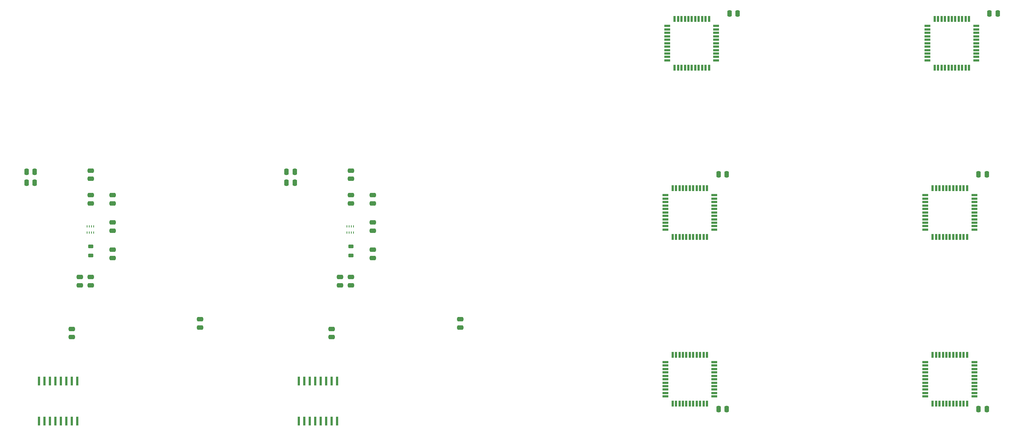
<source format=gtp>
G04 #@! TF.GenerationSoftware,KiCad,Pcbnew,7.0.10*
G04 #@! TF.CreationDate,2024-06-25T17:36:47-05:00*
G04 #@! TF.ProjectId,DMClockPanel,444d436c-6f63-46b5-9061-6e656c2e6b69,rev?*
G04 #@! TF.SameCoordinates,Original*
G04 #@! TF.FileFunction,Paste,Top*
G04 #@! TF.FilePolarity,Positive*
%FSLAX46Y46*%
G04 Gerber Fmt 4.6, Leading zero omitted, Abs format (unit mm)*
G04 Created by KiCad (PCBNEW 7.0.10) date 2024-06-25 17:36:47*
%MOMM*%
%LPD*%
G01*
G04 APERTURE LIST*
G04 Aperture macros list*
%AMRoundRect*
0 Rectangle with rounded corners*
0 $1 Rounding radius*
0 $2 $3 $4 $5 $6 $7 $8 $9 X,Y pos of 4 corners*
0 Add a 4 corners polygon primitive as box body*
4,1,4,$2,$3,$4,$5,$6,$7,$8,$9,$2,$3,0*
0 Add four circle primitives for the rounded corners*
1,1,$1+$1,$2,$3*
1,1,$1+$1,$4,$5*
1,1,$1+$1,$6,$7*
1,1,$1+$1,$8,$9*
0 Add four rect primitives between the rounded corners*
20,1,$1+$1,$2,$3,$4,$5,0*
20,1,$1+$1,$4,$5,$6,$7,0*
20,1,$1+$1,$6,$7,$8,$9,0*
20,1,$1+$1,$8,$9,$2,$3,0*%
G04 Aperture macros list end*
%ADD10R,0.500800X1.355600*%
%ADD11R,1.355600X0.500800*%
%ADD12RoundRect,0.250000X-0.250000X-0.475000X0.250000X-0.475000X0.250000X0.475000X-0.250000X0.475000X0*%
%ADD13RoundRect,0.250000X0.250000X0.475000X-0.250000X0.475000X-0.250000X-0.475000X0.250000X-0.475000X0*%
%ADD14RoundRect,0.250000X-0.475000X0.250000X-0.475000X-0.250000X0.475000X-0.250000X0.475000X0.250000X0*%
%ADD15RoundRect,0.250000X0.475000X-0.250000X0.475000X0.250000X-0.475000X0.250000X-0.475000X-0.250000X0*%
%ADD16R,0.250000X0.600000*%
%ADD17RoundRect,0.073750X-0.221250X0.951250X-0.221250X-0.951250X0.221250X-0.951250X0.221250X0.951250X0*%
%ADD18RoundRect,0.218750X0.381250X-0.218750X0.381250X0.218750X-0.381250X0.218750X-0.381250X-0.218750X0*%
G04 APERTURE END LIST*
D10*
X243390805Y-129877201D03*
X244190806Y-129877201D03*
X244990805Y-129877201D03*
X245790806Y-129877201D03*
X246590804Y-129877201D03*
X247390805Y-129877201D03*
X248190806Y-129877201D03*
X248990804Y-129877201D03*
X249790805Y-129877201D03*
X250590804Y-129877201D03*
X251390805Y-129877201D03*
D11*
X253068604Y-131555000D03*
X253068604Y-132355001D03*
X253068604Y-133155000D03*
X253068604Y-133955001D03*
X253068604Y-134754999D03*
X253068604Y-135555000D03*
X253068604Y-136355001D03*
X253068604Y-137154999D03*
X253068604Y-137955000D03*
X253068604Y-138754999D03*
X253068604Y-139555000D03*
D10*
X251390805Y-141232799D03*
X250590804Y-141232799D03*
X249790805Y-141232799D03*
X248990804Y-141232799D03*
X248190806Y-141232799D03*
X247390805Y-141232799D03*
X246590804Y-141232799D03*
X245790806Y-141232799D03*
X244990805Y-141232799D03*
X244190806Y-141232799D03*
X243390805Y-141232799D03*
D11*
X241713006Y-139555000D03*
X241713006Y-138754999D03*
X241713006Y-137955000D03*
X241713006Y-137154999D03*
X241713006Y-136355001D03*
X241713006Y-135555000D03*
X241713006Y-134754999D03*
X241713006Y-133955001D03*
X241713006Y-133155000D03*
X241713006Y-132355001D03*
X241713006Y-131555000D03*
D12*
X255960805Y-87892799D03*
X254060805Y-87892799D03*
D13*
X95195000Y-87320000D03*
X93295000Y-87320000D03*
D14*
X108215000Y-87005000D03*
X108215000Y-88905000D03*
X52875000Y-105420000D03*
X52875000Y-107320000D03*
X52875000Y-92720000D03*
X52875000Y-94620000D03*
X113295000Y-99070000D03*
X113295000Y-100970000D03*
D12*
X258500805Y-50427799D03*
X256600805Y-50427799D03*
D15*
X43350000Y-125735000D03*
X43350000Y-123835000D03*
X133615000Y-123515000D03*
X133615000Y-121615000D03*
D12*
X93295000Y-89860000D03*
X95195000Y-89860000D03*
D14*
X108215000Y-92720000D03*
X108215000Y-94620000D03*
D11*
X181293006Y-92745598D03*
X181293006Y-93545599D03*
X181293006Y-94345598D03*
X181293006Y-95145599D03*
X181293006Y-95945597D03*
X181293006Y-96745598D03*
X181293006Y-97545599D03*
X181293006Y-98345597D03*
X181293006Y-99145598D03*
X181293006Y-99945597D03*
X181293006Y-100745598D03*
D10*
X182970805Y-102423397D03*
X183770806Y-102423397D03*
X184570805Y-102423397D03*
X185370806Y-102423397D03*
X186170804Y-102423397D03*
X186970805Y-102423397D03*
X187770806Y-102423397D03*
X188570804Y-102423397D03*
X189370805Y-102423397D03*
X190170804Y-102423397D03*
X190970805Y-102423397D03*
D11*
X192648604Y-100745598D03*
X192648604Y-99945597D03*
X192648604Y-99145598D03*
X192648604Y-98345597D03*
X192648604Y-97545599D03*
X192648604Y-96745598D03*
X192648604Y-95945597D03*
X192648604Y-95145599D03*
X192648604Y-94345598D03*
X192648604Y-93545599D03*
X192648604Y-92745598D03*
D10*
X190970805Y-91067799D03*
X190170804Y-91067799D03*
X189370805Y-91067799D03*
X188570804Y-91067799D03*
X187770806Y-91067799D03*
X186970805Y-91067799D03*
X186170804Y-91067799D03*
X185370806Y-91067799D03*
X184570805Y-91067799D03*
X183770806Y-91067799D03*
X182970805Y-91067799D03*
D16*
X46930000Y-101420000D03*
X47430000Y-101420000D03*
X47930000Y-101420000D03*
X48430000Y-101420000D03*
X48430000Y-100020000D03*
X47930000Y-100020000D03*
X47430000Y-100020000D03*
X46930000Y-100020000D03*
D15*
X108215000Y-113670000D03*
X108215000Y-111770000D03*
D12*
X196180805Y-50427799D03*
X198080805Y-50427799D03*
D15*
X103770000Y-125735000D03*
X103770000Y-123835000D03*
D11*
X181763005Y-53375598D03*
X181763005Y-54175599D03*
X181763005Y-54975598D03*
X181763005Y-55775599D03*
X181763005Y-56575597D03*
X181763005Y-57375598D03*
X181763005Y-58175599D03*
X181763005Y-58975597D03*
X181763005Y-59775598D03*
X181763005Y-60575597D03*
X181763005Y-61375598D03*
D10*
X183440804Y-63053397D03*
X184240805Y-63053397D03*
X185040804Y-63053397D03*
X185840805Y-63053397D03*
X186640803Y-63053397D03*
X187440804Y-63053397D03*
X188240805Y-63053397D03*
X189040803Y-63053397D03*
X189840804Y-63053397D03*
X190640803Y-63053397D03*
X191440804Y-63053397D03*
D11*
X193118603Y-61375598D03*
X193118603Y-60575597D03*
X193118603Y-59775598D03*
X193118603Y-58975597D03*
X193118603Y-58175599D03*
X193118603Y-57375598D03*
X193118603Y-56575597D03*
X193118603Y-55775599D03*
X193118603Y-54975598D03*
X193118603Y-54175599D03*
X193118603Y-53375598D03*
D10*
X191440804Y-51697799D03*
X190640803Y-51697799D03*
X189840804Y-51697799D03*
X189040803Y-51697799D03*
X188240805Y-51697799D03*
X187440804Y-51697799D03*
X186640803Y-51697799D03*
X185840805Y-51697799D03*
X185040804Y-51697799D03*
X184240805Y-51697799D03*
X183440804Y-51697799D03*
D11*
X181293006Y-131555000D03*
X181293006Y-132355001D03*
X181293006Y-133155000D03*
X181293006Y-133955001D03*
X181293006Y-134754999D03*
X181293006Y-135555000D03*
X181293006Y-136355001D03*
X181293006Y-137154999D03*
X181293006Y-137955000D03*
X181293006Y-138754999D03*
X181293006Y-139555000D03*
D10*
X182970805Y-141232799D03*
X183770806Y-141232799D03*
X184570805Y-141232799D03*
X185370806Y-141232799D03*
X186170804Y-141232799D03*
X186970805Y-141232799D03*
X187770806Y-141232799D03*
X188570804Y-141232799D03*
X189370805Y-141232799D03*
X190170804Y-141232799D03*
X190970805Y-141232799D03*
D11*
X192648604Y-139555000D03*
X192648604Y-138754999D03*
X192648604Y-137955000D03*
X192648604Y-137154999D03*
X192648604Y-136355001D03*
X192648604Y-135555000D03*
X192648604Y-134754999D03*
X192648604Y-133955001D03*
X192648604Y-133155000D03*
X192648604Y-132355001D03*
X192648604Y-131555000D03*
D10*
X190970805Y-129877201D03*
X190170804Y-129877201D03*
X189370805Y-129877201D03*
X188570804Y-129877201D03*
X187770806Y-129877201D03*
X186970805Y-129877201D03*
X186170804Y-129877201D03*
X185370806Y-129877201D03*
X184570805Y-129877201D03*
X183770806Y-129877201D03*
X182970805Y-129877201D03*
D15*
X47795000Y-113670000D03*
X47795000Y-111770000D03*
D12*
X193640805Y-142502799D03*
X195540805Y-142502799D03*
D14*
X52875000Y-99070000D03*
X52875000Y-100970000D03*
X45255000Y-111770000D03*
X45255000Y-113670000D03*
D12*
X255960805Y-142502799D03*
X254060805Y-142502799D03*
X32875000Y-89860000D03*
X34775000Y-89860000D03*
D14*
X113295000Y-105420000D03*
X113295000Y-107320000D03*
D10*
X243390805Y-91067799D03*
X244190806Y-91067799D03*
X244990805Y-91067799D03*
X245790806Y-91067799D03*
X246590804Y-91067799D03*
X247390805Y-91067799D03*
X248190806Y-91067799D03*
X248990804Y-91067799D03*
X249790805Y-91067799D03*
X250590804Y-91067799D03*
X251390805Y-91067799D03*
D11*
X253068604Y-92745598D03*
X253068604Y-93545599D03*
X253068604Y-94345598D03*
X253068604Y-95145599D03*
X253068604Y-95945597D03*
X253068604Y-96745598D03*
X253068604Y-97545599D03*
X253068604Y-98345597D03*
X253068604Y-99145598D03*
X253068604Y-99945597D03*
X253068604Y-100745598D03*
D10*
X251390805Y-102423397D03*
X250590804Y-102423397D03*
X249790805Y-102423397D03*
X248990804Y-102423397D03*
X248190806Y-102423397D03*
X247390805Y-102423397D03*
X246590804Y-102423397D03*
X245790806Y-102423397D03*
X244990805Y-102423397D03*
X244190806Y-102423397D03*
X243390805Y-102423397D03*
D11*
X241713006Y-100745598D03*
X241713006Y-99945597D03*
X241713006Y-99145598D03*
X241713006Y-98345597D03*
X241713006Y-97545599D03*
X241713006Y-96745598D03*
X241713006Y-95945597D03*
X241713006Y-95145599D03*
X241713006Y-94345598D03*
X241713006Y-93545599D03*
X241713006Y-92745598D03*
D14*
X105675000Y-111770000D03*
X105675000Y-113670000D03*
D16*
X107350000Y-101420000D03*
X107850000Y-101420000D03*
X108350000Y-101420000D03*
X108850000Y-101420000D03*
X108850000Y-100020000D03*
X108350000Y-100020000D03*
X107850000Y-100020000D03*
X107350000Y-100020000D03*
D14*
X47795000Y-92720000D03*
X47795000Y-94620000D03*
X113295000Y-92720000D03*
X113295000Y-94620000D03*
D10*
X243860804Y-51697799D03*
X244660805Y-51697799D03*
X245460804Y-51697799D03*
X246260805Y-51697799D03*
X247060803Y-51697799D03*
X247860804Y-51697799D03*
X248660805Y-51697799D03*
X249460803Y-51697799D03*
X250260804Y-51697799D03*
X251060803Y-51697799D03*
X251860804Y-51697799D03*
D11*
X253538603Y-53375598D03*
X253538603Y-54175599D03*
X253538603Y-54975598D03*
X253538603Y-55775599D03*
X253538603Y-56575597D03*
X253538603Y-57375598D03*
X253538603Y-58175599D03*
X253538603Y-58975597D03*
X253538603Y-59775598D03*
X253538603Y-60575597D03*
X253538603Y-61375598D03*
D10*
X251860804Y-63053397D03*
X251060803Y-63053397D03*
X250260804Y-63053397D03*
X249460803Y-63053397D03*
X248660805Y-63053397D03*
X247860804Y-63053397D03*
X247060803Y-63053397D03*
X246260805Y-63053397D03*
X245460804Y-63053397D03*
X244660805Y-63053397D03*
X243860804Y-63053397D03*
D11*
X242183005Y-61375598D03*
X242183005Y-60575597D03*
X242183005Y-59775598D03*
X242183005Y-58975597D03*
X242183005Y-58175599D03*
X242183005Y-57375598D03*
X242183005Y-56575597D03*
X242183005Y-55775599D03*
X242183005Y-54975598D03*
X242183005Y-54175599D03*
X242183005Y-53375598D03*
D17*
X44620002Y-136005000D03*
X43350002Y-136005000D03*
X42080002Y-136005000D03*
X40810002Y-136005000D03*
X39540002Y-136005000D03*
X38270002Y-136005000D03*
X37000002Y-136005000D03*
X35730002Y-136005000D03*
X35730002Y-145315000D03*
X37000002Y-145315000D03*
X38270002Y-145315000D03*
X39540002Y-145315000D03*
X40810002Y-145315000D03*
X42080002Y-145315000D03*
X43350002Y-145315000D03*
X44620002Y-145315000D03*
D13*
X34775000Y-87320000D03*
X32875000Y-87320000D03*
D15*
X73195000Y-123515000D03*
X73195000Y-121615000D03*
D12*
X193640805Y-87892799D03*
X195540805Y-87892799D03*
D18*
X108215000Y-106797500D03*
X108215000Y-104672500D03*
D14*
X47795000Y-87005000D03*
X47795000Y-88905000D03*
D18*
X47795000Y-106797500D03*
X47795000Y-104672500D03*
D17*
X105040002Y-136005000D03*
X103770002Y-136005000D03*
X102500002Y-136005000D03*
X101230002Y-136005000D03*
X99960002Y-136005000D03*
X98690002Y-136005000D03*
X97420002Y-136005000D03*
X96150002Y-136005000D03*
X96150002Y-145315000D03*
X97420002Y-145315000D03*
X98690002Y-145315000D03*
X99960002Y-145315000D03*
X101230002Y-145315000D03*
X102500002Y-145315000D03*
X103770002Y-145315000D03*
X105040002Y-145315000D03*
M02*

</source>
